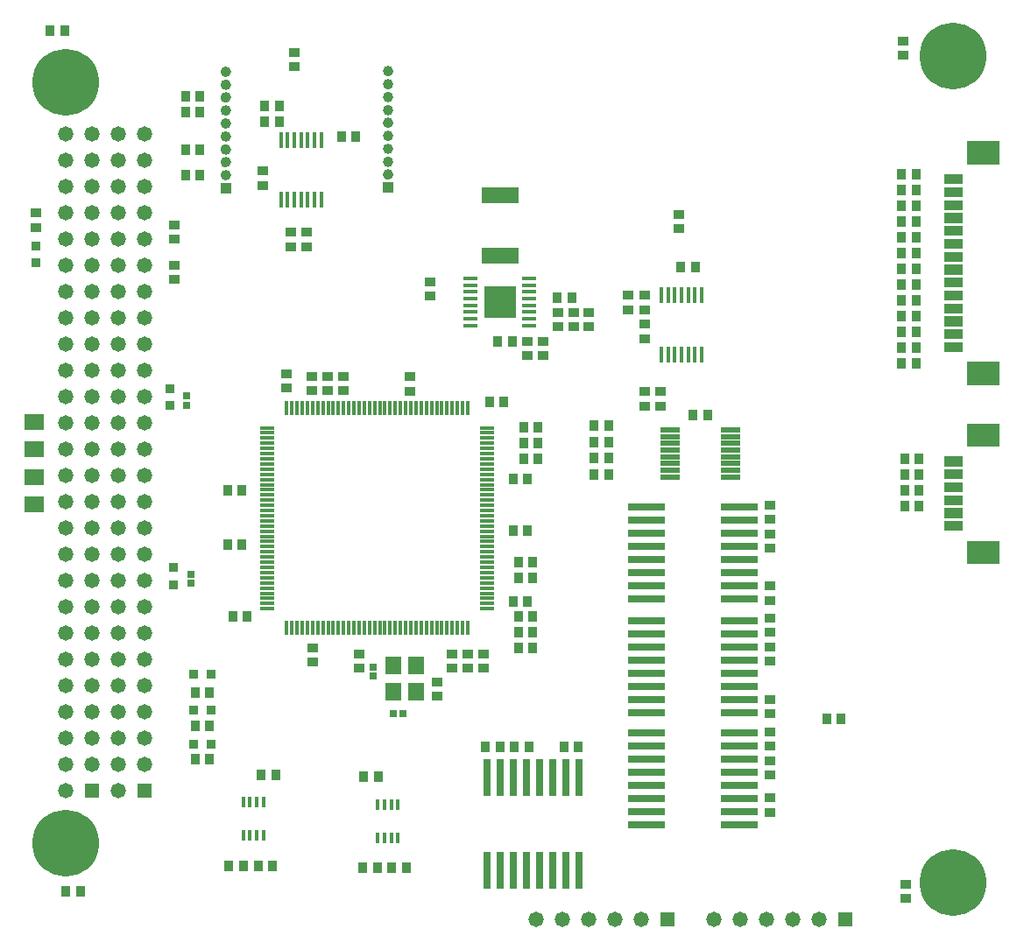
<source format=gbr>
%TF.GenerationSoftware,Altium Limited,Altium Designer,21.6.4 (81)*%
G04 Layer_Color=8388736*
%FSLAX26Y26*%
%MOIN*%
%TF.SameCoordinates,8BEB2CB1-843D-409B-AEA6-C59BAE6679C3*%
%TF.FilePolarity,Negative*%
%TF.FileFunction,Soldermask,Top*%
%TF.Part,Single*%
G01*
G75*
%TA.AperFunction,SMDPad,CuDef*%
%ADD19R,0.055118X0.013780*%
%ADD20R,0.120079X0.120079*%
%ADD64R,0.039433X0.035496*%
%TA.AperFunction,ComponentPad*%
%ADD65C,0.039465*%
%ADD66R,0.039465X0.039465*%
%ADD67C,0.057937*%
%ADD68R,0.057937X0.057937*%
%ADD69R,0.057937X0.057937*%
%ADD70C,0.254000*%
%TA.AperFunction,NonConductor*%
%ADD75C,0.019732*%
%TA.AperFunction,SMDPad,CuDef*%
%ADD76R,0.015811X0.039433*%
%ADD77R,0.035496X0.039433*%
%ADD78R,0.138646X0.062661*%
%ADD79R,0.017779X0.059118*%
%ADD80R,0.025654X0.025654*%
%ADD81R,0.035496X0.035496*%
%ADD82R,0.035496X0.035496*%
%ADD83R,0.141795X0.027622*%
%ADD84R,0.027622X0.141795*%
%ADD85R,0.017779X0.057150*%
%ADD86R,0.057150X0.017779*%
%ADD87R,0.025654X0.025654*%
%ADD88R,0.063055X0.070929*%
%ADD89R,0.076079X0.022535*%
%ADD90R,0.074866X0.059118*%
G36*
X3753000Y2934559D02*
X3628890D01*
Y3023236D01*
X3753000D01*
Y2934559D01*
D02*
G37*
G36*
X3611268Y2859756D02*
X3542276D01*
Y2897252D01*
X3611268D01*
Y2859756D01*
D02*
G37*
G36*
X1444929Y2826724D02*
X1405465D01*
Y2866189D01*
X1444929D01*
Y2826724D01*
D02*
G37*
G36*
X826819Y2824756D02*
X787354D01*
Y2864220D01*
X826819D01*
Y2824756D01*
D02*
G37*
G36*
X3611268Y2810543D02*
X3542276D01*
Y2848039D01*
X3611268D01*
Y2810543D01*
D02*
G37*
G36*
Y2761331D02*
X3542276D01*
Y2798827D01*
X3611268D01*
Y2761331D01*
D02*
G37*
G36*
Y2712118D02*
X3542276D01*
Y2749614D01*
X3611268D01*
Y2712118D01*
D02*
G37*
G36*
Y2662905D02*
X3542276D01*
Y2700401D01*
X3611268D01*
Y2662905D01*
D02*
G37*
G36*
Y2613693D02*
X3542276D01*
Y2651189D01*
X3611268D01*
Y2613693D01*
D02*
G37*
G36*
Y2564480D02*
X3542276D01*
Y2601976D01*
X3611268D01*
Y2564480D01*
D02*
G37*
G36*
Y2515268D02*
X3542276D01*
Y2552764D01*
X3611268D01*
Y2515268D01*
D02*
G37*
G36*
Y2466055D02*
X3542276D01*
Y2503551D01*
X3611268D01*
Y2466055D01*
D02*
G37*
G36*
Y2416843D02*
X3542276D01*
Y2454338D01*
X3611268D01*
Y2416843D01*
D02*
G37*
G36*
Y2367630D02*
X3542276D01*
Y2405126D01*
X3611268D01*
Y2367630D01*
D02*
G37*
G36*
Y2318417D02*
X3542276D01*
Y2355913D01*
X3611268D01*
Y2318417D01*
D02*
G37*
G36*
Y2269205D02*
X3542276D01*
Y2306701D01*
X3611268D01*
Y2269205D01*
D02*
G37*
G36*
Y2219992D02*
X3542276D01*
Y2257488D01*
X3611268D01*
Y2219992D01*
D02*
G37*
G36*
X3753000Y2094008D02*
X3628890D01*
Y2182685D01*
X3753000D01*
Y2094008D01*
D02*
G37*
G36*
Y1860189D02*
X3628890D01*
Y1948866D01*
X3753000D01*
Y1860189D01*
D02*
G37*
G36*
X3611268Y1785386D02*
X3542276D01*
Y1822882D01*
X3611268D01*
Y1785386D01*
D02*
G37*
G36*
Y1736173D02*
X3542276D01*
Y1773669D01*
X3611268D01*
Y1736173D01*
D02*
G37*
G36*
Y1686961D02*
X3542276D01*
Y1724457D01*
X3611268D01*
Y1686961D01*
D02*
G37*
G36*
Y1637748D02*
X3542276D01*
Y1675244D01*
X3611268D01*
Y1637748D01*
D02*
G37*
G36*
Y1588535D02*
X3542276D01*
Y1626032D01*
X3611268D01*
Y1588535D01*
D02*
G37*
G36*
Y1539323D02*
X3542276D01*
Y1576819D01*
X3611268D01*
Y1539323D01*
D02*
G37*
G36*
X3753000Y1413339D02*
X3628890D01*
Y1502016D01*
X3753000D01*
Y1413339D01*
D02*
G37*
D19*
X1738394Y2500984D02*
D03*
Y2475394D02*
D03*
Y2449803D02*
D03*
Y2424213D02*
D03*
Y2398622D02*
D03*
Y2373032D02*
D03*
Y2347441D02*
D03*
Y2321850D02*
D03*
X1962394D02*
D03*
Y2347441D02*
D03*
Y2373032D02*
D03*
Y2398622D02*
D03*
Y2424213D02*
D03*
Y2449803D02*
D03*
Y2475394D02*
D03*
Y2500984D02*
D03*
D20*
X1850394Y2411417D02*
D03*
D64*
X85000Y2750000D02*
D03*
Y2694882D02*
D03*
X1610236Y909449D02*
D03*
Y964567D02*
D03*
X1507874Y2125984D02*
D03*
Y2070866D02*
D03*
X1669291Y1015748D02*
D03*
Y1070866D02*
D03*
X2877953Y1472441D02*
D03*
Y1527559D02*
D03*
Y1637795D02*
D03*
Y1582677D02*
D03*
X2460197Y2069338D02*
D03*
Y2014220D02*
D03*
X2400197Y2069338D02*
D03*
Y2014220D02*
D03*
X948819Y2854331D02*
D03*
Y2909449D02*
D03*
X1583661Y2433071D02*
D03*
Y2488189D02*
D03*
X2130906Y2371063D02*
D03*
Y2315945D02*
D03*
X1954724Y2206693D02*
D03*
Y2261811D02*
D03*
X2189961Y2371063D02*
D03*
Y2315945D02*
D03*
X2013780Y2206693D02*
D03*
Y2261811D02*
D03*
X2071851Y2371063D02*
D03*
Y2315945D02*
D03*
X2877953Y1330709D02*
D03*
Y1275591D02*
D03*
Y468504D02*
D03*
Y523622D02*
D03*
Y775591D02*
D03*
Y720472D02*
D03*
Y610236D02*
D03*
Y665354D02*
D03*
Y1043307D02*
D03*
Y1098425D02*
D03*
Y897638D02*
D03*
Y842520D02*
D03*
Y1208661D02*
D03*
Y1153543D02*
D03*
X1066929Y3307087D02*
D03*
Y3362205D02*
D03*
X1055079Y2622047D02*
D03*
Y2677165D02*
D03*
X1114173Y2622047D02*
D03*
Y2677165D02*
D03*
X1037205Y2137559D02*
D03*
Y2082441D02*
D03*
X3395669Y139764D02*
D03*
Y194882D02*
D03*
X3385827Y3405512D02*
D03*
Y3350394D02*
D03*
X1787402Y1015748D02*
D03*
Y1070866D02*
D03*
X1137795Y1039370D02*
D03*
Y1094488D02*
D03*
X1314961Y1015748D02*
D03*
Y1070866D02*
D03*
X1135000Y2072441D02*
D03*
Y2127559D02*
D03*
X1194205Y2072724D02*
D03*
Y2127842D02*
D03*
X1255000Y2127559D02*
D03*
Y2072441D02*
D03*
X1728347Y1015748D02*
D03*
Y1070866D02*
D03*
X610236Y2649606D02*
D03*
Y2704724D02*
D03*
Y2496063D02*
D03*
Y2551181D02*
D03*
X2338583Y2381890D02*
D03*
Y2437008D02*
D03*
X2401575Y2437008D02*
D03*
Y2381890D02*
D03*
X2531496Y2744095D02*
D03*
Y2688976D02*
D03*
X2401575Y2271653D02*
D03*
Y2326772D02*
D03*
D65*
X807087Y3287402D02*
D03*
Y3238189D02*
D03*
Y3188976D02*
D03*
Y3139764D02*
D03*
Y3090551D02*
D03*
Y3041339D02*
D03*
Y2992126D02*
D03*
Y2942913D02*
D03*
Y2893701D02*
D03*
X1425197Y3289370D02*
D03*
Y3240157D02*
D03*
Y3190945D02*
D03*
Y3141732D02*
D03*
Y3092520D02*
D03*
Y3043307D02*
D03*
Y2994095D02*
D03*
Y2944882D02*
D03*
Y2895669D02*
D03*
D66*
X807087Y2844488D02*
D03*
X1425197Y2846457D02*
D03*
D67*
X2665354Y59055D02*
D03*
X2765354D02*
D03*
X2865354D02*
D03*
X2965354D02*
D03*
X3065354D02*
D03*
X1988189D02*
D03*
X2088189D02*
D03*
X2188189D02*
D03*
X2288189D02*
D03*
X2388189D02*
D03*
X400000Y2550000D02*
D03*
Y2450000D02*
D03*
Y2250000D02*
D03*
Y2350000D02*
D03*
Y2050000D02*
D03*
Y1950000D02*
D03*
Y1850000D02*
D03*
Y1650000D02*
D03*
Y1750000D02*
D03*
Y1450000D02*
D03*
Y1250000D02*
D03*
Y1550000D02*
D03*
Y1350000D02*
D03*
Y2150000D02*
D03*
Y2650000D02*
D03*
X500000Y1050000D02*
D03*
Y1350000D02*
D03*
Y1250000D02*
D03*
Y1150000D02*
D03*
Y1450000D02*
D03*
Y1650000D02*
D03*
Y650000D02*
D03*
Y850000D02*
D03*
Y950000D02*
D03*
Y750000D02*
D03*
Y1550000D02*
D03*
X400000Y3050000D02*
D03*
Y2750000D02*
D03*
Y2950000D02*
D03*
X500000Y2850000D02*
D03*
Y2950000D02*
D03*
X400000Y2850000D02*
D03*
X500000Y3050000D02*
D03*
Y2750000D02*
D03*
Y2550000D02*
D03*
Y2450000D02*
D03*
Y2350000D02*
D03*
Y2250000D02*
D03*
Y2150000D02*
D03*
Y2050000D02*
D03*
Y1850000D02*
D03*
Y1750000D02*
D03*
Y2650000D02*
D03*
Y1950000D02*
D03*
X400000Y950000D02*
D03*
Y1050000D02*
D03*
Y750000D02*
D03*
Y1150000D02*
D03*
Y550000D02*
D03*
Y850000D02*
D03*
Y650000D02*
D03*
X200000Y2550000D02*
D03*
Y2450000D02*
D03*
Y2250000D02*
D03*
Y2350000D02*
D03*
Y2050000D02*
D03*
Y1950000D02*
D03*
Y1850000D02*
D03*
Y1650000D02*
D03*
Y1750000D02*
D03*
Y1450000D02*
D03*
Y1250000D02*
D03*
Y1550000D02*
D03*
Y1350000D02*
D03*
Y2150000D02*
D03*
Y2650000D02*
D03*
X300000Y1050000D02*
D03*
Y1350000D02*
D03*
Y1250000D02*
D03*
Y1150000D02*
D03*
Y1450000D02*
D03*
Y1650000D02*
D03*
Y650000D02*
D03*
Y850000D02*
D03*
Y950000D02*
D03*
Y750000D02*
D03*
Y1550000D02*
D03*
X200000Y3050000D02*
D03*
Y2750000D02*
D03*
Y2950000D02*
D03*
X300000Y2850000D02*
D03*
Y2950000D02*
D03*
X200000Y2850000D02*
D03*
X300000Y3050000D02*
D03*
Y2750000D02*
D03*
Y2550000D02*
D03*
Y2450000D02*
D03*
Y2350000D02*
D03*
Y2250000D02*
D03*
Y2150000D02*
D03*
Y2050000D02*
D03*
Y1850000D02*
D03*
Y1750000D02*
D03*
Y2650000D02*
D03*
Y1950000D02*
D03*
X200000Y950000D02*
D03*
Y1050000D02*
D03*
Y750000D02*
D03*
Y1150000D02*
D03*
Y550000D02*
D03*
Y850000D02*
D03*
Y650000D02*
D03*
D68*
X3165354Y59055D02*
D03*
X2488189D02*
D03*
D69*
X500000Y550000D02*
D03*
X300000D02*
D03*
D70*
X3575591Y3347244D02*
D03*
Y200000D02*
D03*
X200000Y350000D02*
D03*
Y3247244D02*
D03*
D75*
X816953Y3287402D02*
G03*
X816953Y3287402I-9866J0D01*
G01*
Y3238189D02*
G03*
X816953Y3238189I-9866J0D01*
G01*
Y3188976D02*
G03*
X816953Y3188976I-9866J0D01*
G01*
Y3139764D02*
G03*
X816953Y3139764I-9866J0D01*
G01*
Y3090551D02*
G03*
X816953Y3090551I-9866J0D01*
G01*
Y3041339D02*
G03*
X816953Y3041339I-9866J0D01*
G01*
Y2992126D02*
G03*
X816953Y2992126I-9866J0D01*
G01*
Y2942913D02*
G03*
X816953Y2942913I-9866J0D01*
G01*
Y2893701D02*
G03*
X816953Y2893701I-9866J0D01*
G01*
X1435063Y3289370D02*
G03*
X1435063Y3289370I-9866J0D01*
G01*
Y3240157D02*
G03*
X1435063Y3240157I-9866J0D01*
G01*
Y3190945D02*
G03*
X1435063Y3190945I-9866J0D01*
G01*
Y3141732D02*
G03*
X1435063Y3141732I-9866J0D01*
G01*
Y3092520D02*
G03*
X1435063Y3092520I-9866J0D01*
G01*
Y3043307D02*
G03*
X1435063Y3043307I-9866J0D01*
G01*
Y2994095D02*
G03*
X1435063Y2994095I-9866J0D01*
G01*
Y2944882D02*
G03*
X1435063Y2944882I-9866J0D01*
G01*
Y2895669D02*
G03*
X1435063Y2895669I-9866J0D01*
G01*
D76*
X899409Y507165D02*
D03*
Y380000D02*
D03*
X925000Y507165D02*
D03*
Y380000D02*
D03*
X873819D02*
D03*
X950591D02*
D03*
X873819Y507165D02*
D03*
X950591D02*
D03*
X1412205Y498583D02*
D03*
Y371417D02*
D03*
X1437795Y498583D02*
D03*
Y371417D02*
D03*
X1386614D02*
D03*
X1463386D02*
D03*
X1386614Y498583D02*
D03*
X1463386D02*
D03*
D77*
X1439134Y258543D02*
D03*
X1494252D02*
D03*
X1384016D02*
D03*
X1328898D02*
D03*
X820000Y265000D02*
D03*
X875118D02*
D03*
X985354D02*
D03*
X930236D02*
D03*
X942441Y610000D02*
D03*
X997559D02*
D03*
X1387559Y605000D02*
D03*
X1332441D02*
D03*
X2208661Y1878596D02*
D03*
X2263780D02*
D03*
X2208661Y1940262D02*
D03*
X2263780D02*
D03*
X1960630Y716535D02*
D03*
X1905512D02*
D03*
X1795275D02*
D03*
X1850394D02*
D03*
X2094488D02*
D03*
X2149606D02*
D03*
X3094488Y822835D02*
D03*
X3149606D02*
D03*
X708661Y2992126D02*
D03*
X653543D02*
D03*
X708661Y3192913D02*
D03*
X653543D02*
D03*
X1976378Y1212599D02*
D03*
X1921260D02*
D03*
X1976378Y1153543D02*
D03*
X1921260D02*
D03*
X1976378Y1094488D02*
D03*
X1921260D02*
D03*
X2641732Y1980315D02*
D03*
X2586614D02*
D03*
X2208661Y1816929D02*
D03*
X2263780D02*
D03*
X2208661Y1755263D02*
D03*
X2263780D02*
D03*
X956693Y3098425D02*
D03*
X1011811D02*
D03*
X1011811Y3157480D02*
D03*
X956693D02*
D03*
X2069882Y2428150D02*
D03*
X2125000D02*
D03*
X1842520Y2259843D02*
D03*
X1897638D02*
D03*
X1248032Y3039370D02*
D03*
X1303150D02*
D03*
X3433858Y2418504D02*
D03*
X3378740D02*
D03*
X3433858Y2478504D02*
D03*
X3378740D02*
D03*
X3433858Y2538504D02*
D03*
X3378740D02*
D03*
X3433858Y2598504D02*
D03*
X3378740D02*
D03*
X3378740Y2658504D02*
D03*
X3433858D02*
D03*
X3378740Y2718504D02*
D03*
X3433858D02*
D03*
X3433858Y2778504D02*
D03*
X3378740D02*
D03*
X3378740Y2838504D02*
D03*
X3433858D02*
D03*
X3433858Y2178504D02*
D03*
X3378740D02*
D03*
X3433858Y2238504D02*
D03*
X3378740D02*
D03*
X3433858Y2298504D02*
D03*
X3378740D02*
D03*
X3433858Y2358504D02*
D03*
X3378740D02*
D03*
X3378740Y2898504D02*
D03*
X3433858D02*
D03*
X3445709Y1815118D02*
D03*
X3390590D02*
D03*
X3445709Y1695118D02*
D03*
X3390590D02*
D03*
X3445709Y1755118D02*
D03*
X3390590D02*
D03*
X3445709Y1635118D02*
D03*
X3390590D02*
D03*
X253937Y167323D02*
D03*
X198819D02*
D03*
X139764Y3444882D02*
D03*
X194882D02*
D03*
X834646Y1212598D02*
D03*
X889764D02*
D03*
X814961Y1692913D02*
D03*
X870079D02*
D03*
X814961Y1488189D02*
D03*
X870079D02*
D03*
X653543Y2893701D02*
D03*
X708661D02*
D03*
X653543Y3133858D02*
D03*
X708661D02*
D03*
X1956693Y1539370D02*
D03*
X1901575D02*
D03*
X1956693Y1736220D02*
D03*
X1901575D02*
D03*
X1996063Y1814961D02*
D03*
X1940945D02*
D03*
X1996063Y1874016D02*
D03*
X1940945D02*
D03*
X1996063Y1933071D02*
D03*
X1940945D02*
D03*
X1866142Y2031496D02*
D03*
X1811024D02*
D03*
X1956693Y1271653D02*
D03*
X1901575D02*
D03*
X1976378Y1362205D02*
D03*
X1921260D02*
D03*
X1976378Y1421260D02*
D03*
X1921260D02*
D03*
X690945Y925197D02*
D03*
X746063D02*
D03*
X690945Y797244D02*
D03*
X746063D02*
D03*
X690945Y669291D02*
D03*
X746063D02*
D03*
X2539370Y2543307D02*
D03*
X2594488D02*
D03*
D78*
X1850394Y2588583D02*
D03*
Y2818032D02*
D03*
D79*
X1043307Y3026575D02*
D03*
X1068898D02*
D03*
X1094488D02*
D03*
X1120079D02*
D03*
X1145669D02*
D03*
X1120079Y2800197D02*
D03*
X1145669D02*
D03*
X1171260D02*
D03*
X1094488D02*
D03*
X1068898D02*
D03*
X1043307D02*
D03*
X1017716D02*
D03*
Y3026575D02*
D03*
X1171260D02*
D03*
X2465488Y2210945D02*
D03*
Y2437323D02*
D03*
X2491079D02*
D03*
X2516669D02*
D03*
X2542260D02*
D03*
X2567851D02*
D03*
X2593441D02*
D03*
X2567851Y2210945D02*
D03*
X2593441D02*
D03*
X2619032D02*
D03*
Y2437323D02*
D03*
X2542260Y2210945D02*
D03*
X2516669D02*
D03*
X2491079D02*
D03*
D80*
X658819Y2053819D02*
D03*
Y2018386D02*
D03*
X1370079Y986220D02*
D03*
Y1021654D02*
D03*
X674842Y1339527D02*
D03*
Y1374961D02*
D03*
D81*
X593819Y2081299D02*
D03*
Y2016339D02*
D03*
X609842Y1335000D02*
D03*
Y1399961D02*
D03*
X85000Y2624961D02*
D03*
Y2560000D02*
D03*
D82*
X686024Y856299D02*
D03*
X750984D02*
D03*
X686024Y728346D02*
D03*
X750984D02*
D03*
X686024Y994095D02*
D03*
X750984D02*
D03*
D83*
X2408157Y1480488D02*
D03*
Y1530488D02*
D03*
Y1580488D02*
D03*
Y1630488D02*
D03*
X2762488D02*
D03*
Y1580488D02*
D03*
Y1530488D02*
D03*
Y1480488D02*
D03*
Y1430488D02*
D03*
Y1280488D02*
D03*
Y1330488D02*
D03*
Y1380488D02*
D03*
X2408157Y1430488D02*
D03*
Y1380488D02*
D03*
Y1330488D02*
D03*
Y1280488D02*
D03*
Y619488D02*
D03*
Y669488D02*
D03*
Y719488D02*
D03*
Y769488D02*
D03*
X2762488D02*
D03*
Y719488D02*
D03*
Y669488D02*
D03*
Y619488D02*
D03*
Y569488D02*
D03*
Y419488D02*
D03*
Y469488D02*
D03*
Y519488D02*
D03*
X2408157Y569488D02*
D03*
Y519488D02*
D03*
Y469488D02*
D03*
Y419488D02*
D03*
Y1048488D02*
D03*
Y1098488D02*
D03*
Y1148488D02*
D03*
Y1198488D02*
D03*
X2762488D02*
D03*
Y1148488D02*
D03*
Y1098488D02*
D03*
Y1048488D02*
D03*
Y998488D02*
D03*
Y848488D02*
D03*
Y898488D02*
D03*
Y948488D02*
D03*
X2408157Y998488D02*
D03*
Y948488D02*
D03*
Y898488D02*
D03*
Y848488D02*
D03*
D84*
X1951528Y246740D02*
D03*
X1901528D02*
D03*
X1851528D02*
D03*
X1801528D02*
D03*
Y601071D02*
D03*
X1851528D02*
D03*
X1901528D02*
D03*
X1951528D02*
D03*
X2001528D02*
D03*
X2151528D02*
D03*
X2101528D02*
D03*
X2051528D02*
D03*
X2001528Y246740D02*
D03*
X2051528D02*
D03*
X2101528D02*
D03*
X2151528D02*
D03*
D85*
X1039370Y1169291D02*
D03*
X1059055D02*
D03*
X1078740D02*
D03*
X1098425D02*
D03*
X1118110D02*
D03*
X1137795D02*
D03*
X1157480D02*
D03*
X1177165D02*
D03*
X1196850D02*
D03*
X1216535D02*
D03*
X1236220D02*
D03*
X1255906D02*
D03*
X1275591D02*
D03*
X1295276D02*
D03*
X1314961D02*
D03*
X1334646D02*
D03*
X1354331D02*
D03*
X1374016D02*
D03*
X1393701D02*
D03*
X1413386D02*
D03*
X1433071D02*
D03*
X1452756D02*
D03*
X1472441D02*
D03*
X1492126D02*
D03*
X1511811D02*
D03*
X1531496D02*
D03*
X1551181D02*
D03*
X1570866D02*
D03*
X1590551D02*
D03*
X1610236D02*
D03*
X1629921D02*
D03*
X1649606D02*
D03*
X1669291D02*
D03*
X1688976D02*
D03*
X1708661D02*
D03*
X1728347D02*
D03*
Y2005906D02*
D03*
X1708661D02*
D03*
X1688976D02*
D03*
X1669291D02*
D03*
X1649606D02*
D03*
X1629921D02*
D03*
X1610236D02*
D03*
X1590551D02*
D03*
X1570866D02*
D03*
X1551181D02*
D03*
X1531496D02*
D03*
X1511811D02*
D03*
X1492126D02*
D03*
X1472441D02*
D03*
X1452756D02*
D03*
X1433071D02*
D03*
X1413386D02*
D03*
X1393701D02*
D03*
X1374016D02*
D03*
X1354331D02*
D03*
X1334646D02*
D03*
X1314961D02*
D03*
X1295276D02*
D03*
X1275591D02*
D03*
X1255906D02*
D03*
X1236220D02*
D03*
X1216535D02*
D03*
X1196850D02*
D03*
X1177165D02*
D03*
X1157480D02*
D03*
X1137795D02*
D03*
X1118110D02*
D03*
X1098425D02*
D03*
X1078740D02*
D03*
X1059055D02*
D03*
X1039370D02*
D03*
D86*
X1802165Y1243110D02*
D03*
Y1262795D02*
D03*
Y1282480D02*
D03*
Y1302165D02*
D03*
Y1321850D02*
D03*
Y1341535D02*
D03*
Y1361220D02*
D03*
Y1380906D02*
D03*
Y1400591D02*
D03*
Y1420276D02*
D03*
Y1439961D02*
D03*
Y1459646D02*
D03*
Y1479331D02*
D03*
Y1499016D02*
D03*
Y1518701D02*
D03*
Y1538386D02*
D03*
Y1558071D02*
D03*
Y1577756D02*
D03*
Y1597441D02*
D03*
Y1617126D02*
D03*
Y1636811D02*
D03*
Y1656496D02*
D03*
Y1676181D02*
D03*
Y1695866D02*
D03*
Y1715551D02*
D03*
Y1735236D02*
D03*
Y1754921D02*
D03*
Y1774606D02*
D03*
Y1794291D02*
D03*
Y1813976D02*
D03*
Y1833661D02*
D03*
Y1853346D02*
D03*
Y1873032D02*
D03*
Y1892716D02*
D03*
Y1912401D02*
D03*
Y1932087D02*
D03*
X965551D02*
D03*
Y1912401D02*
D03*
Y1892716D02*
D03*
Y1873032D02*
D03*
Y1853346D02*
D03*
Y1833661D02*
D03*
Y1813976D02*
D03*
Y1794291D02*
D03*
Y1774606D02*
D03*
Y1754921D02*
D03*
Y1735236D02*
D03*
Y1715551D02*
D03*
Y1695866D02*
D03*
Y1676181D02*
D03*
Y1656496D02*
D03*
Y1636811D02*
D03*
Y1617126D02*
D03*
Y1597441D02*
D03*
Y1577756D02*
D03*
Y1558071D02*
D03*
Y1538386D02*
D03*
Y1518701D02*
D03*
Y1499016D02*
D03*
Y1479331D02*
D03*
Y1459646D02*
D03*
Y1439961D02*
D03*
Y1420276D02*
D03*
Y1400591D02*
D03*
Y1380906D02*
D03*
Y1361220D02*
D03*
Y1341535D02*
D03*
Y1321850D02*
D03*
Y1302165D02*
D03*
Y1282480D02*
D03*
Y1262795D02*
D03*
Y1243110D02*
D03*
D87*
X1444882Y842520D02*
D03*
X1480315D02*
D03*
D88*
X1531496Y926378D02*
D03*
Y1026378D02*
D03*
X1444882D02*
D03*
Y926378D02*
D03*
D89*
X2729921Y1796260D02*
D03*
X2498425D02*
D03*
X2729921Y1924213D02*
D03*
Y1898622D02*
D03*
Y1873032D02*
D03*
Y1847441D02*
D03*
Y1821850D02*
D03*
Y1770669D02*
D03*
Y1745079D02*
D03*
X2498425D02*
D03*
Y1770669D02*
D03*
Y1821850D02*
D03*
Y1847441D02*
D03*
Y1873032D02*
D03*
Y1898622D02*
D03*
Y1924213D02*
D03*
D90*
X78740Y1952756D02*
D03*
Y1850394D02*
D03*
Y1641732D02*
D03*
Y1744094D02*
D03*
%TF.MD5,9659830d1c4a09eb3cc2f31359f505f3*%
M02*

</source>
